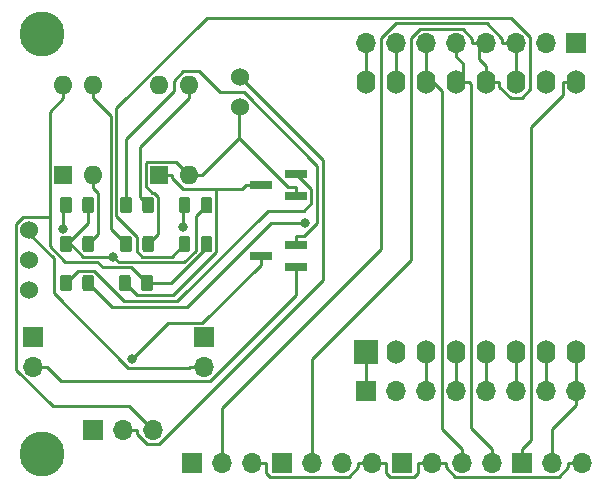
<source format=gbr>
%TF.GenerationSoftware,KiCad,Pcbnew,5.1.5+dfsg1-2build2*%
%TF.CreationDate,2021-07-06T16:50:00+02:00*%
%TF.ProjectId,airpcb_smd,61697270-6362-45f7-936d-642e6b696361,rev?*%
%TF.SameCoordinates,Original*%
%TF.FileFunction,Copper,L2,Bot*%
%TF.FilePolarity,Positive*%
%FSLAX46Y46*%
G04 Gerber Fmt 4.6, Leading zero omitted, Abs format (unit mm)*
G04 Created by KiCad (PCBNEW 5.1.5+dfsg1-2build2) date 2021-07-06 16:50:00*
%MOMM*%
%LPD*%
G04 APERTURE LIST*
%TA.AperFunction,ComponentPad*%
%ADD10O,1.700000X1.700000*%
%TD*%
%TA.AperFunction,ComponentPad*%
%ADD11R,1.700000X1.700000*%
%TD*%
%TA.AperFunction,ComponentPad*%
%ADD12C,1.524000*%
%TD*%
%TA.AperFunction,ComponentPad*%
%ADD13C,3.800000*%
%TD*%
%TA.AperFunction,SMDPad,CuDef*%
%ADD14R,1.900000X0.800000*%
%TD*%
%TA.AperFunction,ComponentPad*%
%ADD15O,1.600000X2.000000*%
%TD*%
%TA.AperFunction,ComponentPad*%
%ADD16R,2.000000X2.000000*%
%TD*%
%TA.AperFunction,SMDPad,CuDef*%
%ADD17C,0.100000*%
%TD*%
%TA.AperFunction,ComponentPad*%
%ADD18R,1.600000X1.600000*%
%TD*%
%TA.AperFunction,ComponentPad*%
%ADD19O,1.600000X1.600000*%
%TD*%
%TA.AperFunction,ViaPad*%
%ADD20C,0.800000*%
%TD*%
%TA.AperFunction,Conductor*%
%ADD21C,0.250000*%
%TD*%
G04 APERTURE END LIST*
D10*
%TO.P,J9,3*%
%TO.N,3V3*%
X62738000Y-45212000D03*
%TO.P,J9,2*%
%TO.N,PSU_OUT*%
X60198000Y-45212000D03*
D11*
%TO.P,J9,1*%
%TO.N,5V*%
X57658000Y-45212000D03*
%TD*%
D12*
%TO.P,J11,5*%
%TO.N,GND*%
X70096400Y-17889200D03*
%TO.P,J11,4*%
%TO.N,PSU_OUT*%
X70096400Y-15349200D03*
%TO.P,J11,3*%
%TO.N,Net-(J11-Pad3)*%
X52230000Y-28262600D03*
%TO.P,J11,2*%
%TO.N,B*%
X52230000Y-30802600D03*
%TO.P,J11,1*%
%TO.N,Net-(J11-Pad1)*%
X52230000Y-33342600D03*
%TD*%
D13*
%TO.P,M1,1*%
%TO.N,N/C*%
X53340000Y-11684000D03*
%TD*%
D10*
%TO.P,J6,8*%
%TO.N,ESP_TX*%
X80772000Y-12446000D03*
%TO.P,J6,7*%
%TO.N,ESP_RX*%
X83312000Y-12446000D03*
%TO.P,J6,6*%
%TO.N,SCL*%
X85852000Y-12446000D03*
%TO.P,J6,5*%
%TO.N,SDA*%
X88392000Y-12446000D03*
%TO.P,J6,4*%
%TO.N,D3*%
X90932000Y-12446000D03*
%TO.P,J6,3*%
%TO.N,D4*%
X93472000Y-12446000D03*
%TO.P,J6,2*%
%TO.N,GND*%
X96012000Y-12446000D03*
D11*
%TO.P,J6,1*%
%TO.N,5V*%
X98552000Y-12446000D03*
%TD*%
D10*
%TO.P,J5,8*%
%TO.N,3V3*%
X98552000Y-41910000D03*
%TO.P,J5,7*%
%TO.N,D8*%
X96012000Y-41910000D03*
%TO.P,J5,6*%
%TO.N,D7*%
X93472000Y-41910000D03*
%TO.P,J5,5*%
%TO.N,D6*%
X90932000Y-41910000D03*
%TO.P,J5,4*%
%TO.N,D5*%
X88392000Y-41910000D03*
%TO.P,J5,3*%
%TO.N,D0*%
X85852000Y-41910000D03*
%TO.P,J5,2*%
%TO.N,A0*%
X83312000Y-41910000D03*
D11*
%TO.P,J5,1*%
%TO.N,RST*%
X80772000Y-41910000D03*
%TD*%
D14*
%TO.P,Q2,3*%
%TO.N,Net-(D3-Pad2)*%
X71882000Y-30480000D03*
%TO.P,Q2,1*%
%TO.N,B*%
X74882000Y-31430000D03*
%TO.P,Q2,2*%
%TO.N,Net-(Q2-Pad2)*%
X74882000Y-29530000D03*
%TD*%
%TO.P,Q1,3*%
%TO.N,Net-(Q1-Pad3)*%
X71882000Y-24450000D03*
%TO.P,Q1,1*%
%TO.N,GND*%
X74882000Y-25400000D03*
%TO.P,Q1,2*%
%TO.N,Net-(Q1-Pad2)*%
X74882000Y-23500000D03*
%TD*%
D13*
%TO.P,M2,1*%
%TO.N,N/C*%
X53340000Y-47244000D03*
%TD*%
D15*
%TO.P,U3,16*%
%TO.N,ESP_TX*%
X80772000Y-15748000D03*
%TO.P,U3,15*%
%TO.N,ESP_RX*%
X83312000Y-15748000D03*
%TO.P,U3,14*%
%TO.N,SCL*%
X85852000Y-15748000D03*
%TO.P,U3,13*%
%TO.N,SDA*%
X88392000Y-15748000D03*
%TO.P,U3,12*%
%TO.N,D3*%
X90932000Y-15748000D03*
%TO.P,U3,11*%
%TO.N,D4*%
X93472000Y-15748000D03*
%TO.P,U3,10*%
%TO.N,GND*%
X96012000Y-15748000D03*
%TO.P,U3,9*%
%TO.N,5V*%
X98552000Y-15748000D03*
%TO.P,U3,8*%
%TO.N,3V3*%
X98552000Y-38608000D03*
%TO.P,U3,7*%
%TO.N,D8*%
X96012000Y-38608000D03*
%TO.P,U3,6*%
%TO.N,D7*%
X93472000Y-38608000D03*
%TO.P,U3,5*%
%TO.N,D6*%
X90932000Y-38608000D03*
%TO.P,U3,4*%
%TO.N,D5*%
X88392000Y-38608000D03*
%TO.P,U3,3*%
%TO.N,D0*%
X85852000Y-38608000D03*
D16*
%TO.P,U3,1*%
%TO.N,RST*%
X80772000Y-38608000D03*
D15*
%TO.P,U3,2*%
%TO.N,A0*%
X83312000Y-38608000D03*
%TD*%
D11*
%TO.P,J1,1*%
%TO.N,3V3*%
X83820000Y-48006000D03*
D10*
%TO.P,J1,2*%
%TO.N,GND*%
X86360000Y-48006000D03*
%TO.P,J1,3*%
%TO.N,SCL*%
X88900000Y-48006000D03*
%TO.P,J1,4*%
%TO.N,SDA*%
X91440000Y-48006000D03*
%TD*%
%TO.P,J2,4*%
%TO.N,GND*%
X81280000Y-48006000D03*
%TO.P,J2,3*%
%TO.N,Net-(J2-Pad3)*%
X78740000Y-48006000D03*
%TO.P,J2,2*%
%TO.N,D3*%
X76200000Y-48006000D03*
D11*
%TO.P,J2,1*%
%TO.N,3V3*%
X73660000Y-48006000D03*
%TD*%
%TO.P,J3,1*%
%TO.N,Net-(D5-Pad1)*%
X67056000Y-37338000D03*
D10*
%TO.P,J3,2*%
%TO.N,Net-(J11-Pad3)*%
X67056000Y-39878000D03*
%TD*%
%TO.P,J4,2*%
%TO.N,B*%
X52578000Y-39878000D03*
D11*
%TO.P,J4,1*%
%TO.N,A*%
X52578000Y-37338000D03*
%TD*%
%TO.P,J7,1*%
%TO.N,5V*%
X93980000Y-48006000D03*
D10*
%TO.P,J7,2*%
%TO.N,3V3*%
X96520000Y-48006000D03*
%TO.P,J7,3*%
%TO.N,GND*%
X99060000Y-48006000D03*
%TD*%
%TO.P,J8,3*%
%TO.N,GND*%
X71120000Y-48006000D03*
%TO.P,J8,2*%
%TO.N,D4*%
X68580000Y-48006000D03*
D11*
%TO.P,J8,1*%
%TO.N,5V*%
X66040000Y-48006000D03*
%TD*%
%TA.AperFunction,SMDPad,CuDef*%
D17*
%TO.P,R1,2*%
%TO.N,D8*%
G36*
X57514642Y-32067174D02*
G01*
X57538303Y-32070684D01*
X57561507Y-32076496D01*
X57584029Y-32084554D01*
X57605653Y-32094782D01*
X57626170Y-32107079D01*
X57645383Y-32121329D01*
X57663107Y-32137393D01*
X57679171Y-32155117D01*
X57693421Y-32174330D01*
X57705718Y-32194847D01*
X57715946Y-32216471D01*
X57724004Y-32238993D01*
X57729816Y-32262197D01*
X57733326Y-32285858D01*
X57734500Y-32309750D01*
X57734500Y-33222250D01*
X57733326Y-33246142D01*
X57729816Y-33269803D01*
X57724004Y-33293007D01*
X57715946Y-33315529D01*
X57705718Y-33337153D01*
X57693421Y-33357670D01*
X57679171Y-33376883D01*
X57663107Y-33394607D01*
X57645383Y-33410671D01*
X57626170Y-33424921D01*
X57605653Y-33437218D01*
X57584029Y-33447446D01*
X57561507Y-33455504D01*
X57538303Y-33461316D01*
X57514642Y-33464826D01*
X57490750Y-33466000D01*
X57003250Y-33466000D01*
X56979358Y-33464826D01*
X56955697Y-33461316D01*
X56932493Y-33455504D01*
X56909971Y-33447446D01*
X56888347Y-33437218D01*
X56867830Y-33424921D01*
X56848617Y-33410671D01*
X56830893Y-33394607D01*
X56814829Y-33376883D01*
X56800579Y-33357670D01*
X56788282Y-33337153D01*
X56778054Y-33315529D01*
X56769996Y-33293007D01*
X56764184Y-33269803D01*
X56760674Y-33246142D01*
X56759500Y-33222250D01*
X56759500Y-32309750D01*
X56760674Y-32285858D01*
X56764184Y-32262197D01*
X56769996Y-32238993D01*
X56778054Y-32216471D01*
X56788282Y-32194847D01*
X56800579Y-32174330D01*
X56814829Y-32155117D01*
X56830893Y-32137393D01*
X56848617Y-32121329D01*
X56867830Y-32107079D01*
X56888347Y-32094782D01*
X56909971Y-32084554D01*
X56932493Y-32076496D01*
X56955697Y-32070684D01*
X56979358Y-32067174D01*
X57003250Y-32066000D01*
X57490750Y-32066000D01*
X57514642Y-32067174D01*
G37*
%TD.AperFunction*%
%TA.AperFunction,SMDPad,CuDef*%
%TO.P,R1,1*%
%TO.N,Net-(Q1-Pad2)*%
G36*
X55639642Y-32067174D02*
G01*
X55663303Y-32070684D01*
X55686507Y-32076496D01*
X55709029Y-32084554D01*
X55730653Y-32094782D01*
X55751170Y-32107079D01*
X55770383Y-32121329D01*
X55788107Y-32137393D01*
X55804171Y-32155117D01*
X55818421Y-32174330D01*
X55830718Y-32194847D01*
X55840946Y-32216471D01*
X55849004Y-32238993D01*
X55854816Y-32262197D01*
X55858326Y-32285858D01*
X55859500Y-32309750D01*
X55859500Y-33222250D01*
X55858326Y-33246142D01*
X55854816Y-33269803D01*
X55849004Y-33293007D01*
X55840946Y-33315529D01*
X55830718Y-33337153D01*
X55818421Y-33357670D01*
X55804171Y-33376883D01*
X55788107Y-33394607D01*
X55770383Y-33410671D01*
X55751170Y-33424921D01*
X55730653Y-33437218D01*
X55709029Y-33447446D01*
X55686507Y-33455504D01*
X55663303Y-33461316D01*
X55639642Y-33464826D01*
X55615750Y-33466000D01*
X55128250Y-33466000D01*
X55104358Y-33464826D01*
X55080697Y-33461316D01*
X55057493Y-33455504D01*
X55034971Y-33447446D01*
X55013347Y-33437218D01*
X54992830Y-33424921D01*
X54973617Y-33410671D01*
X54955893Y-33394607D01*
X54939829Y-33376883D01*
X54925579Y-33357670D01*
X54913282Y-33337153D01*
X54903054Y-33315529D01*
X54894996Y-33293007D01*
X54889184Y-33269803D01*
X54885674Y-33246142D01*
X54884500Y-33222250D01*
X54884500Y-32309750D01*
X54885674Y-32285858D01*
X54889184Y-32262197D01*
X54894996Y-32238993D01*
X54903054Y-32216471D01*
X54913282Y-32194847D01*
X54925579Y-32174330D01*
X54939829Y-32155117D01*
X54955893Y-32137393D01*
X54973617Y-32121329D01*
X54992830Y-32107079D01*
X55013347Y-32094782D01*
X55034971Y-32084554D01*
X55057493Y-32076496D01*
X55080697Y-32070684D01*
X55104358Y-32067174D01*
X55128250Y-32066000D01*
X55615750Y-32066000D01*
X55639642Y-32067174D01*
G37*
%TD.AperFunction*%
%TD*%
%TA.AperFunction,SMDPad,CuDef*%
%TO.P,R2,1*%
%TO.N,A*%
G36*
X55639642Y-28765174D02*
G01*
X55663303Y-28768684D01*
X55686507Y-28774496D01*
X55709029Y-28782554D01*
X55730653Y-28792782D01*
X55751170Y-28805079D01*
X55770383Y-28819329D01*
X55788107Y-28835393D01*
X55804171Y-28853117D01*
X55818421Y-28872330D01*
X55830718Y-28892847D01*
X55840946Y-28914471D01*
X55849004Y-28936993D01*
X55854816Y-28960197D01*
X55858326Y-28983858D01*
X55859500Y-29007750D01*
X55859500Y-29920250D01*
X55858326Y-29944142D01*
X55854816Y-29967803D01*
X55849004Y-29991007D01*
X55840946Y-30013529D01*
X55830718Y-30035153D01*
X55818421Y-30055670D01*
X55804171Y-30074883D01*
X55788107Y-30092607D01*
X55770383Y-30108671D01*
X55751170Y-30122921D01*
X55730653Y-30135218D01*
X55709029Y-30145446D01*
X55686507Y-30153504D01*
X55663303Y-30159316D01*
X55639642Y-30162826D01*
X55615750Y-30164000D01*
X55128250Y-30164000D01*
X55104358Y-30162826D01*
X55080697Y-30159316D01*
X55057493Y-30153504D01*
X55034971Y-30145446D01*
X55013347Y-30135218D01*
X54992830Y-30122921D01*
X54973617Y-30108671D01*
X54955893Y-30092607D01*
X54939829Y-30074883D01*
X54925579Y-30055670D01*
X54913282Y-30035153D01*
X54903054Y-30013529D01*
X54894996Y-29991007D01*
X54889184Y-29967803D01*
X54885674Y-29944142D01*
X54884500Y-29920250D01*
X54884500Y-29007750D01*
X54885674Y-28983858D01*
X54889184Y-28960197D01*
X54894996Y-28936993D01*
X54903054Y-28914471D01*
X54913282Y-28892847D01*
X54925579Y-28872330D01*
X54939829Y-28853117D01*
X54955893Y-28835393D01*
X54973617Y-28819329D01*
X54992830Y-28805079D01*
X55013347Y-28792782D01*
X55034971Y-28782554D01*
X55057493Y-28774496D01*
X55080697Y-28768684D01*
X55104358Y-28765174D01*
X55128250Y-28764000D01*
X55615750Y-28764000D01*
X55639642Y-28765174D01*
G37*
%TD.AperFunction*%
%TA.AperFunction,SMDPad,CuDef*%
%TO.P,R2,2*%
%TO.N,Net-(D1-Pad1)*%
G36*
X57514642Y-28765174D02*
G01*
X57538303Y-28768684D01*
X57561507Y-28774496D01*
X57584029Y-28782554D01*
X57605653Y-28792782D01*
X57626170Y-28805079D01*
X57645383Y-28819329D01*
X57663107Y-28835393D01*
X57679171Y-28853117D01*
X57693421Y-28872330D01*
X57705718Y-28892847D01*
X57715946Y-28914471D01*
X57724004Y-28936993D01*
X57729816Y-28960197D01*
X57733326Y-28983858D01*
X57734500Y-29007750D01*
X57734500Y-29920250D01*
X57733326Y-29944142D01*
X57729816Y-29967803D01*
X57724004Y-29991007D01*
X57715946Y-30013529D01*
X57705718Y-30035153D01*
X57693421Y-30055670D01*
X57679171Y-30074883D01*
X57663107Y-30092607D01*
X57645383Y-30108671D01*
X57626170Y-30122921D01*
X57605653Y-30135218D01*
X57584029Y-30145446D01*
X57561507Y-30153504D01*
X57538303Y-30159316D01*
X57514642Y-30162826D01*
X57490750Y-30164000D01*
X57003250Y-30164000D01*
X56979358Y-30162826D01*
X56955697Y-30159316D01*
X56932493Y-30153504D01*
X56909971Y-30145446D01*
X56888347Y-30135218D01*
X56867830Y-30122921D01*
X56848617Y-30108671D01*
X56830893Y-30092607D01*
X56814829Y-30074883D01*
X56800579Y-30055670D01*
X56788282Y-30035153D01*
X56778054Y-30013529D01*
X56769996Y-29991007D01*
X56764184Y-29967803D01*
X56760674Y-29944142D01*
X56759500Y-29920250D01*
X56759500Y-29007750D01*
X56760674Y-28983858D01*
X56764184Y-28960197D01*
X56769996Y-28936993D01*
X56778054Y-28914471D01*
X56788282Y-28892847D01*
X56800579Y-28872330D01*
X56814829Y-28853117D01*
X56830893Y-28835393D01*
X56848617Y-28819329D01*
X56867830Y-28805079D01*
X56888347Y-28792782D01*
X56909971Y-28782554D01*
X56932493Y-28774496D01*
X56955697Y-28768684D01*
X56979358Y-28765174D01*
X57003250Y-28764000D01*
X57490750Y-28764000D01*
X57514642Y-28765174D01*
G37*
%TD.AperFunction*%
%TD*%
%TA.AperFunction,SMDPad,CuDef*%
%TO.P,R3,1*%
%TO.N,Net-(D2-Pad2)*%
G36*
X55639642Y-25463174D02*
G01*
X55663303Y-25466684D01*
X55686507Y-25472496D01*
X55709029Y-25480554D01*
X55730653Y-25490782D01*
X55751170Y-25503079D01*
X55770383Y-25517329D01*
X55788107Y-25533393D01*
X55804171Y-25551117D01*
X55818421Y-25570330D01*
X55830718Y-25590847D01*
X55840946Y-25612471D01*
X55849004Y-25634993D01*
X55854816Y-25658197D01*
X55858326Y-25681858D01*
X55859500Y-25705750D01*
X55859500Y-26618250D01*
X55858326Y-26642142D01*
X55854816Y-26665803D01*
X55849004Y-26689007D01*
X55840946Y-26711529D01*
X55830718Y-26733153D01*
X55818421Y-26753670D01*
X55804171Y-26772883D01*
X55788107Y-26790607D01*
X55770383Y-26806671D01*
X55751170Y-26820921D01*
X55730653Y-26833218D01*
X55709029Y-26843446D01*
X55686507Y-26851504D01*
X55663303Y-26857316D01*
X55639642Y-26860826D01*
X55615750Y-26862000D01*
X55128250Y-26862000D01*
X55104358Y-26860826D01*
X55080697Y-26857316D01*
X55057493Y-26851504D01*
X55034971Y-26843446D01*
X55013347Y-26833218D01*
X54992830Y-26820921D01*
X54973617Y-26806671D01*
X54955893Y-26790607D01*
X54939829Y-26772883D01*
X54925579Y-26753670D01*
X54913282Y-26733153D01*
X54903054Y-26711529D01*
X54894996Y-26689007D01*
X54889184Y-26665803D01*
X54885674Y-26642142D01*
X54884500Y-26618250D01*
X54884500Y-25705750D01*
X54885674Y-25681858D01*
X54889184Y-25658197D01*
X54894996Y-25634993D01*
X54903054Y-25612471D01*
X54913282Y-25590847D01*
X54925579Y-25570330D01*
X54939829Y-25551117D01*
X54955893Y-25533393D01*
X54973617Y-25517329D01*
X54992830Y-25503079D01*
X55013347Y-25490782D01*
X55034971Y-25480554D01*
X55057493Y-25472496D01*
X55080697Y-25466684D01*
X55104358Y-25463174D01*
X55128250Y-25462000D01*
X55615750Y-25462000D01*
X55639642Y-25463174D01*
G37*
%TD.AperFunction*%
%TA.AperFunction,SMDPad,CuDef*%
%TO.P,R3,2*%
%TO.N,A*%
G36*
X57514642Y-25463174D02*
G01*
X57538303Y-25466684D01*
X57561507Y-25472496D01*
X57584029Y-25480554D01*
X57605653Y-25490782D01*
X57626170Y-25503079D01*
X57645383Y-25517329D01*
X57663107Y-25533393D01*
X57679171Y-25551117D01*
X57693421Y-25570330D01*
X57705718Y-25590847D01*
X57715946Y-25612471D01*
X57724004Y-25634993D01*
X57729816Y-25658197D01*
X57733326Y-25681858D01*
X57734500Y-25705750D01*
X57734500Y-26618250D01*
X57733326Y-26642142D01*
X57729816Y-26665803D01*
X57724004Y-26689007D01*
X57715946Y-26711529D01*
X57705718Y-26733153D01*
X57693421Y-26753670D01*
X57679171Y-26772883D01*
X57663107Y-26790607D01*
X57645383Y-26806671D01*
X57626170Y-26820921D01*
X57605653Y-26833218D01*
X57584029Y-26843446D01*
X57561507Y-26851504D01*
X57538303Y-26857316D01*
X57514642Y-26860826D01*
X57490750Y-26862000D01*
X57003250Y-26862000D01*
X56979358Y-26860826D01*
X56955697Y-26857316D01*
X56932493Y-26851504D01*
X56909971Y-26843446D01*
X56888347Y-26833218D01*
X56867830Y-26820921D01*
X56848617Y-26806671D01*
X56830893Y-26790607D01*
X56814829Y-26772883D01*
X56800579Y-26753670D01*
X56788282Y-26733153D01*
X56778054Y-26711529D01*
X56769996Y-26689007D01*
X56764184Y-26665803D01*
X56760674Y-26642142D01*
X56759500Y-26618250D01*
X56759500Y-25705750D01*
X56760674Y-25681858D01*
X56764184Y-25658197D01*
X56769996Y-25634993D01*
X56778054Y-25612471D01*
X56788282Y-25590847D01*
X56800579Y-25570330D01*
X56814829Y-25551117D01*
X56830893Y-25533393D01*
X56848617Y-25517329D01*
X56867830Y-25503079D01*
X56888347Y-25490782D01*
X56909971Y-25480554D01*
X56932493Y-25472496D01*
X56955697Y-25466684D01*
X56979358Y-25463174D01*
X57003250Y-25462000D01*
X57490750Y-25462000D01*
X57514642Y-25463174D01*
G37*
%TD.AperFunction*%
%TD*%
%TA.AperFunction,SMDPad,CuDef*%
%TO.P,R4,2*%
%TO.N,3V3*%
G36*
X62497642Y-32067174D02*
G01*
X62521303Y-32070684D01*
X62544507Y-32076496D01*
X62567029Y-32084554D01*
X62588653Y-32094782D01*
X62609170Y-32107079D01*
X62628383Y-32121329D01*
X62646107Y-32137393D01*
X62662171Y-32155117D01*
X62676421Y-32174330D01*
X62688718Y-32194847D01*
X62698946Y-32216471D01*
X62707004Y-32238993D01*
X62712816Y-32262197D01*
X62716326Y-32285858D01*
X62717500Y-32309750D01*
X62717500Y-33222250D01*
X62716326Y-33246142D01*
X62712816Y-33269803D01*
X62707004Y-33293007D01*
X62698946Y-33315529D01*
X62688718Y-33337153D01*
X62676421Y-33357670D01*
X62662171Y-33376883D01*
X62646107Y-33394607D01*
X62628383Y-33410671D01*
X62609170Y-33424921D01*
X62588653Y-33437218D01*
X62567029Y-33447446D01*
X62544507Y-33455504D01*
X62521303Y-33461316D01*
X62497642Y-33464826D01*
X62473750Y-33466000D01*
X61986250Y-33466000D01*
X61962358Y-33464826D01*
X61938697Y-33461316D01*
X61915493Y-33455504D01*
X61892971Y-33447446D01*
X61871347Y-33437218D01*
X61850830Y-33424921D01*
X61831617Y-33410671D01*
X61813893Y-33394607D01*
X61797829Y-33376883D01*
X61783579Y-33357670D01*
X61771282Y-33337153D01*
X61761054Y-33315529D01*
X61752996Y-33293007D01*
X61747184Y-33269803D01*
X61743674Y-33246142D01*
X61742500Y-33222250D01*
X61742500Y-32309750D01*
X61743674Y-32285858D01*
X61747184Y-32262197D01*
X61752996Y-32238993D01*
X61761054Y-32216471D01*
X61771282Y-32194847D01*
X61783579Y-32174330D01*
X61797829Y-32155117D01*
X61813893Y-32137393D01*
X61831617Y-32121329D01*
X61850830Y-32107079D01*
X61871347Y-32094782D01*
X61892971Y-32084554D01*
X61915493Y-32076496D01*
X61938697Y-32070684D01*
X61962358Y-32067174D01*
X61986250Y-32066000D01*
X62473750Y-32066000D01*
X62497642Y-32067174D01*
G37*
%TD.AperFunction*%
%TA.AperFunction,SMDPad,CuDef*%
%TO.P,R4,1*%
%TO.N,Net-(Q1-Pad3)*%
G36*
X60622642Y-32067174D02*
G01*
X60646303Y-32070684D01*
X60669507Y-32076496D01*
X60692029Y-32084554D01*
X60713653Y-32094782D01*
X60734170Y-32107079D01*
X60753383Y-32121329D01*
X60771107Y-32137393D01*
X60787171Y-32155117D01*
X60801421Y-32174330D01*
X60813718Y-32194847D01*
X60823946Y-32216471D01*
X60832004Y-32238993D01*
X60837816Y-32262197D01*
X60841326Y-32285858D01*
X60842500Y-32309750D01*
X60842500Y-33222250D01*
X60841326Y-33246142D01*
X60837816Y-33269803D01*
X60832004Y-33293007D01*
X60823946Y-33315529D01*
X60813718Y-33337153D01*
X60801421Y-33357670D01*
X60787171Y-33376883D01*
X60771107Y-33394607D01*
X60753383Y-33410671D01*
X60734170Y-33424921D01*
X60713653Y-33437218D01*
X60692029Y-33447446D01*
X60669507Y-33455504D01*
X60646303Y-33461316D01*
X60622642Y-33464826D01*
X60598750Y-33466000D01*
X60111250Y-33466000D01*
X60087358Y-33464826D01*
X60063697Y-33461316D01*
X60040493Y-33455504D01*
X60017971Y-33447446D01*
X59996347Y-33437218D01*
X59975830Y-33424921D01*
X59956617Y-33410671D01*
X59938893Y-33394607D01*
X59922829Y-33376883D01*
X59908579Y-33357670D01*
X59896282Y-33337153D01*
X59886054Y-33315529D01*
X59877996Y-33293007D01*
X59872184Y-33269803D01*
X59868674Y-33246142D01*
X59867500Y-33222250D01*
X59867500Y-32309750D01*
X59868674Y-32285858D01*
X59872184Y-32262197D01*
X59877996Y-32238993D01*
X59886054Y-32216471D01*
X59896282Y-32194847D01*
X59908579Y-32174330D01*
X59922829Y-32155117D01*
X59938893Y-32137393D01*
X59956617Y-32121329D01*
X59975830Y-32107079D01*
X59996347Y-32094782D01*
X60017971Y-32084554D01*
X60040493Y-32076496D01*
X60063697Y-32070684D01*
X60087358Y-32067174D01*
X60111250Y-32066000D01*
X60598750Y-32066000D01*
X60622642Y-32067174D01*
G37*
%TD.AperFunction*%
%TD*%
%TA.AperFunction,SMDPad,CuDef*%
%TO.P,R5,2*%
%TO.N,GND*%
G36*
X62594642Y-28765174D02*
G01*
X62618303Y-28768684D01*
X62641507Y-28774496D01*
X62664029Y-28782554D01*
X62685653Y-28792782D01*
X62706170Y-28805079D01*
X62725383Y-28819329D01*
X62743107Y-28835393D01*
X62759171Y-28853117D01*
X62773421Y-28872330D01*
X62785718Y-28892847D01*
X62795946Y-28914471D01*
X62804004Y-28936993D01*
X62809816Y-28960197D01*
X62813326Y-28983858D01*
X62814500Y-29007750D01*
X62814500Y-29920250D01*
X62813326Y-29944142D01*
X62809816Y-29967803D01*
X62804004Y-29991007D01*
X62795946Y-30013529D01*
X62785718Y-30035153D01*
X62773421Y-30055670D01*
X62759171Y-30074883D01*
X62743107Y-30092607D01*
X62725383Y-30108671D01*
X62706170Y-30122921D01*
X62685653Y-30135218D01*
X62664029Y-30145446D01*
X62641507Y-30153504D01*
X62618303Y-30159316D01*
X62594642Y-30162826D01*
X62570750Y-30164000D01*
X62083250Y-30164000D01*
X62059358Y-30162826D01*
X62035697Y-30159316D01*
X62012493Y-30153504D01*
X61989971Y-30145446D01*
X61968347Y-30135218D01*
X61947830Y-30122921D01*
X61928617Y-30108671D01*
X61910893Y-30092607D01*
X61894829Y-30074883D01*
X61880579Y-30055670D01*
X61868282Y-30035153D01*
X61858054Y-30013529D01*
X61849996Y-29991007D01*
X61844184Y-29967803D01*
X61840674Y-29944142D01*
X61839500Y-29920250D01*
X61839500Y-29007750D01*
X61840674Y-28983858D01*
X61844184Y-28960197D01*
X61849996Y-28936993D01*
X61858054Y-28914471D01*
X61868282Y-28892847D01*
X61880579Y-28872330D01*
X61894829Y-28853117D01*
X61910893Y-28835393D01*
X61928617Y-28819329D01*
X61947830Y-28805079D01*
X61968347Y-28792782D01*
X61989971Y-28782554D01*
X62012493Y-28774496D01*
X62035697Y-28768684D01*
X62059358Y-28765174D01*
X62083250Y-28764000D01*
X62570750Y-28764000D01*
X62594642Y-28765174D01*
G37*
%TD.AperFunction*%
%TA.AperFunction,SMDPad,CuDef*%
%TO.P,R5,1*%
%TO.N,D7*%
G36*
X60719642Y-28765174D02*
G01*
X60743303Y-28768684D01*
X60766507Y-28774496D01*
X60789029Y-28782554D01*
X60810653Y-28792782D01*
X60831170Y-28805079D01*
X60850383Y-28819329D01*
X60868107Y-28835393D01*
X60884171Y-28853117D01*
X60898421Y-28872330D01*
X60910718Y-28892847D01*
X60920946Y-28914471D01*
X60929004Y-28936993D01*
X60934816Y-28960197D01*
X60938326Y-28983858D01*
X60939500Y-29007750D01*
X60939500Y-29920250D01*
X60938326Y-29944142D01*
X60934816Y-29967803D01*
X60929004Y-29991007D01*
X60920946Y-30013529D01*
X60910718Y-30035153D01*
X60898421Y-30055670D01*
X60884171Y-30074883D01*
X60868107Y-30092607D01*
X60850383Y-30108671D01*
X60831170Y-30122921D01*
X60810653Y-30135218D01*
X60789029Y-30145446D01*
X60766507Y-30153504D01*
X60743303Y-30159316D01*
X60719642Y-30162826D01*
X60695750Y-30164000D01*
X60208250Y-30164000D01*
X60184358Y-30162826D01*
X60160697Y-30159316D01*
X60137493Y-30153504D01*
X60114971Y-30145446D01*
X60093347Y-30135218D01*
X60072830Y-30122921D01*
X60053617Y-30108671D01*
X60035893Y-30092607D01*
X60019829Y-30074883D01*
X60005579Y-30055670D01*
X59993282Y-30035153D01*
X59983054Y-30013529D01*
X59974996Y-29991007D01*
X59969184Y-29967803D01*
X59965674Y-29944142D01*
X59964500Y-29920250D01*
X59964500Y-29007750D01*
X59965674Y-28983858D01*
X59969184Y-28960197D01*
X59974996Y-28936993D01*
X59983054Y-28914471D01*
X59993282Y-28892847D01*
X60005579Y-28872330D01*
X60019829Y-28853117D01*
X60035893Y-28835393D01*
X60053617Y-28819329D01*
X60072830Y-28805079D01*
X60093347Y-28792782D01*
X60114971Y-28782554D01*
X60137493Y-28774496D01*
X60160697Y-28768684D01*
X60184358Y-28765174D01*
X60208250Y-28764000D01*
X60695750Y-28764000D01*
X60719642Y-28765174D01*
G37*
%TD.AperFunction*%
%TD*%
%TA.AperFunction,SMDPad,CuDef*%
%TO.P,R6,1*%
%TO.N,Net-(Q2-Pad2)*%
G36*
X60719642Y-25463174D02*
G01*
X60743303Y-25466684D01*
X60766507Y-25472496D01*
X60789029Y-25480554D01*
X60810653Y-25490782D01*
X60831170Y-25503079D01*
X60850383Y-25517329D01*
X60868107Y-25533393D01*
X60884171Y-25551117D01*
X60898421Y-25570330D01*
X60910718Y-25590847D01*
X60920946Y-25612471D01*
X60929004Y-25634993D01*
X60934816Y-25658197D01*
X60938326Y-25681858D01*
X60939500Y-25705750D01*
X60939500Y-26618250D01*
X60938326Y-26642142D01*
X60934816Y-26665803D01*
X60929004Y-26689007D01*
X60920946Y-26711529D01*
X60910718Y-26733153D01*
X60898421Y-26753670D01*
X60884171Y-26772883D01*
X60868107Y-26790607D01*
X60850383Y-26806671D01*
X60831170Y-26820921D01*
X60810653Y-26833218D01*
X60789029Y-26843446D01*
X60766507Y-26851504D01*
X60743303Y-26857316D01*
X60719642Y-26860826D01*
X60695750Y-26862000D01*
X60208250Y-26862000D01*
X60184358Y-26860826D01*
X60160697Y-26857316D01*
X60137493Y-26851504D01*
X60114971Y-26843446D01*
X60093347Y-26833218D01*
X60072830Y-26820921D01*
X60053617Y-26806671D01*
X60035893Y-26790607D01*
X60019829Y-26772883D01*
X60005579Y-26753670D01*
X59993282Y-26733153D01*
X59983054Y-26711529D01*
X59974996Y-26689007D01*
X59969184Y-26665803D01*
X59965674Y-26642142D01*
X59964500Y-26618250D01*
X59964500Y-25705750D01*
X59965674Y-25681858D01*
X59969184Y-25658197D01*
X59974996Y-25634993D01*
X59983054Y-25612471D01*
X59993282Y-25590847D01*
X60005579Y-25570330D01*
X60019829Y-25551117D01*
X60035893Y-25533393D01*
X60053617Y-25517329D01*
X60072830Y-25503079D01*
X60093347Y-25490782D01*
X60114971Y-25480554D01*
X60137493Y-25472496D01*
X60160697Y-25466684D01*
X60184358Y-25463174D01*
X60208250Y-25462000D01*
X60695750Y-25462000D01*
X60719642Y-25463174D01*
G37*
%TD.AperFunction*%
%TA.AperFunction,SMDPad,CuDef*%
%TO.P,R6,2*%
%TO.N,Net-(R6-Pad2)*%
G36*
X62594642Y-25463174D02*
G01*
X62618303Y-25466684D01*
X62641507Y-25472496D01*
X62664029Y-25480554D01*
X62685653Y-25490782D01*
X62706170Y-25503079D01*
X62725383Y-25517329D01*
X62743107Y-25533393D01*
X62759171Y-25551117D01*
X62773421Y-25570330D01*
X62785718Y-25590847D01*
X62795946Y-25612471D01*
X62804004Y-25634993D01*
X62809816Y-25658197D01*
X62813326Y-25681858D01*
X62814500Y-25705750D01*
X62814500Y-26618250D01*
X62813326Y-26642142D01*
X62809816Y-26665803D01*
X62804004Y-26689007D01*
X62795946Y-26711529D01*
X62785718Y-26733153D01*
X62773421Y-26753670D01*
X62759171Y-26772883D01*
X62743107Y-26790607D01*
X62725383Y-26806671D01*
X62706170Y-26820921D01*
X62685653Y-26833218D01*
X62664029Y-26843446D01*
X62641507Y-26851504D01*
X62618303Y-26857316D01*
X62594642Y-26860826D01*
X62570750Y-26862000D01*
X62083250Y-26862000D01*
X62059358Y-26860826D01*
X62035697Y-26857316D01*
X62012493Y-26851504D01*
X61989971Y-26843446D01*
X61968347Y-26833218D01*
X61947830Y-26820921D01*
X61928617Y-26806671D01*
X61910893Y-26790607D01*
X61894829Y-26772883D01*
X61880579Y-26753670D01*
X61868282Y-26733153D01*
X61858054Y-26711529D01*
X61849996Y-26689007D01*
X61844184Y-26665803D01*
X61840674Y-26642142D01*
X61839500Y-26618250D01*
X61839500Y-25705750D01*
X61840674Y-25681858D01*
X61844184Y-25658197D01*
X61849996Y-25634993D01*
X61858054Y-25612471D01*
X61868282Y-25590847D01*
X61880579Y-25570330D01*
X61894829Y-25551117D01*
X61910893Y-25533393D01*
X61928617Y-25517329D01*
X61947830Y-25503079D01*
X61968347Y-25490782D01*
X61989971Y-25480554D01*
X62012493Y-25472496D01*
X62035697Y-25466684D01*
X62059358Y-25463174D01*
X62083250Y-25462000D01*
X62570750Y-25462000D01*
X62594642Y-25463174D01*
G37*
%TD.AperFunction*%
%TD*%
%TA.AperFunction,SMDPad,CuDef*%
%TO.P,R7,1*%
%TO.N,D3*%
G36*
X65672642Y-28765174D02*
G01*
X65696303Y-28768684D01*
X65719507Y-28774496D01*
X65742029Y-28782554D01*
X65763653Y-28792782D01*
X65784170Y-28805079D01*
X65803383Y-28819329D01*
X65821107Y-28835393D01*
X65837171Y-28853117D01*
X65851421Y-28872330D01*
X65863718Y-28892847D01*
X65873946Y-28914471D01*
X65882004Y-28936993D01*
X65887816Y-28960197D01*
X65891326Y-28983858D01*
X65892500Y-29007750D01*
X65892500Y-29920250D01*
X65891326Y-29944142D01*
X65887816Y-29967803D01*
X65882004Y-29991007D01*
X65873946Y-30013529D01*
X65863718Y-30035153D01*
X65851421Y-30055670D01*
X65837171Y-30074883D01*
X65821107Y-30092607D01*
X65803383Y-30108671D01*
X65784170Y-30122921D01*
X65763653Y-30135218D01*
X65742029Y-30145446D01*
X65719507Y-30153504D01*
X65696303Y-30159316D01*
X65672642Y-30162826D01*
X65648750Y-30164000D01*
X65161250Y-30164000D01*
X65137358Y-30162826D01*
X65113697Y-30159316D01*
X65090493Y-30153504D01*
X65067971Y-30145446D01*
X65046347Y-30135218D01*
X65025830Y-30122921D01*
X65006617Y-30108671D01*
X64988893Y-30092607D01*
X64972829Y-30074883D01*
X64958579Y-30055670D01*
X64946282Y-30035153D01*
X64936054Y-30013529D01*
X64927996Y-29991007D01*
X64922184Y-29967803D01*
X64918674Y-29944142D01*
X64917500Y-29920250D01*
X64917500Y-29007750D01*
X64918674Y-28983858D01*
X64922184Y-28960197D01*
X64927996Y-28936993D01*
X64936054Y-28914471D01*
X64946282Y-28892847D01*
X64958579Y-28872330D01*
X64972829Y-28853117D01*
X64988893Y-28835393D01*
X65006617Y-28819329D01*
X65025830Y-28805079D01*
X65046347Y-28792782D01*
X65067971Y-28782554D01*
X65090493Y-28774496D01*
X65113697Y-28768684D01*
X65137358Y-28765174D01*
X65161250Y-28764000D01*
X65648750Y-28764000D01*
X65672642Y-28765174D01*
G37*
%TD.AperFunction*%
%TA.AperFunction,SMDPad,CuDef*%
%TO.P,R7,2*%
%TO.N,3V3*%
G36*
X67547642Y-28765174D02*
G01*
X67571303Y-28768684D01*
X67594507Y-28774496D01*
X67617029Y-28782554D01*
X67638653Y-28792782D01*
X67659170Y-28805079D01*
X67678383Y-28819329D01*
X67696107Y-28835393D01*
X67712171Y-28853117D01*
X67726421Y-28872330D01*
X67738718Y-28892847D01*
X67748946Y-28914471D01*
X67757004Y-28936993D01*
X67762816Y-28960197D01*
X67766326Y-28983858D01*
X67767500Y-29007750D01*
X67767500Y-29920250D01*
X67766326Y-29944142D01*
X67762816Y-29967803D01*
X67757004Y-29991007D01*
X67748946Y-30013529D01*
X67738718Y-30035153D01*
X67726421Y-30055670D01*
X67712171Y-30074883D01*
X67696107Y-30092607D01*
X67678383Y-30108671D01*
X67659170Y-30122921D01*
X67638653Y-30135218D01*
X67617029Y-30145446D01*
X67594507Y-30153504D01*
X67571303Y-30159316D01*
X67547642Y-30162826D01*
X67523750Y-30164000D01*
X67036250Y-30164000D01*
X67012358Y-30162826D01*
X66988697Y-30159316D01*
X66965493Y-30153504D01*
X66942971Y-30145446D01*
X66921347Y-30135218D01*
X66900830Y-30122921D01*
X66881617Y-30108671D01*
X66863893Y-30092607D01*
X66847829Y-30074883D01*
X66833579Y-30055670D01*
X66821282Y-30035153D01*
X66811054Y-30013529D01*
X66802996Y-29991007D01*
X66797184Y-29967803D01*
X66793674Y-29944142D01*
X66792500Y-29920250D01*
X66792500Y-29007750D01*
X66793674Y-28983858D01*
X66797184Y-28960197D01*
X66802996Y-28936993D01*
X66811054Y-28914471D01*
X66821282Y-28892847D01*
X66833579Y-28872330D01*
X66847829Y-28853117D01*
X66863893Y-28835393D01*
X66881617Y-28819329D01*
X66900830Y-28805079D01*
X66921347Y-28792782D01*
X66942971Y-28782554D01*
X66965493Y-28774496D01*
X66988697Y-28768684D01*
X67012358Y-28765174D01*
X67036250Y-28764000D01*
X67523750Y-28764000D01*
X67547642Y-28765174D01*
G37*
%TD.AperFunction*%
%TD*%
%TA.AperFunction,SMDPad,CuDef*%
%TO.P,R8,2*%
%TO.N,A*%
G36*
X67547642Y-25463174D02*
G01*
X67571303Y-25466684D01*
X67594507Y-25472496D01*
X67617029Y-25480554D01*
X67638653Y-25490782D01*
X67659170Y-25503079D01*
X67678383Y-25517329D01*
X67696107Y-25533393D01*
X67712171Y-25551117D01*
X67726421Y-25570330D01*
X67738718Y-25590847D01*
X67748946Y-25612471D01*
X67757004Y-25634993D01*
X67762816Y-25658197D01*
X67766326Y-25681858D01*
X67767500Y-25705750D01*
X67767500Y-26618250D01*
X67766326Y-26642142D01*
X67762816Y-26665803D01*
X67757004Y-26689007D01*
X67748946Y-26711529D01*
X67738718Y-26733153D01*
X67726421Y-26753670D01*
X67712171Y-26772883D01*
X67696107Y-26790607D01*
X67678383Y-26806671D01*
X67659170Y-26820921D01*
X67638653Y-26833218D01*
X67617029Y-26843446D01*
X67594507Y-26851504D01*
X67571303Y-26857316D01*
X67547642Y-26860826D01*
X67523750Y-26862000D01*
X67036250Y-26862000D01*
X67012358Y-26860826D01*
X66988697Y-26857316D01*
X66965493Y-26851504D01*
X66942971Y-26843446D01*
X66921347Y-26833218D01*
X66900830Y-26820921D01*
X66881617Y-26806671D01*
X66863893Y-26790607D01*
X66847829Y-26772883D01*
X66833579Y-26753670D01*
X66821282Y-26733153D01*
X66811054Y-26711529D01*
X66802996Y-26689007D01*
X66797184Y-26665803D01*
X66793674Y-26642142D01*
X66792500Y-26618250D01*
X66792500Y-25705750D01*
X66793674Y-25681858D01*
X66797184Y-25658197D01*
X66802996Y-25634993D01*
X66811054Y-25612471D01*
X66821282Y-25590847D01*
X66833579Y-25570330D01*
X66847829Y-25551117D01*
X66863893Y-25533393D01*
X66881617Y-25517329D01*
X66900830Y-25503079D01*
X66921347Y-25490782D01*
X66942971Y-25480554D01*
X66965493Y-25472496D01*
X66988697Y-25466684D01*
X67012358Y-25463174D01*
X67036250Y-25462000D01*
X67523750Y-25462000D01*
X67547642Y-25463174D01*
G37*
%TD.AperFunction*%
%TA.AperFunction,SMDPad,CuDef*%
%TO.P,R8,1*%
%TO.N,Net-(D5-Pad2)*%
G36*
X65672642Y-25463174D02*
G01*
X65696303Y-25466684D01*
X65719507Y-25472496D01*
X65742029Y-25480554D01*
X65763653Y-25490782D01*
X65784170Y-25503079D01*
X65803383Y-25517329D01*
X65821107Y-25533393D01*
X65837171Y-25551117D01*
X65851421Y-25570330D01*
X65863718Y-25590847D01*
X65873946Y-25612471D01*
X65882004Y-25634993D01*
X65887816Y-25658197D01*
X65891326Y-25681858D01*
X65892500Y-25705750D01*
X65892500Y-26618250D01*
X65891326Y-26642142D01*
X65887816Y-26665803D01*
X65882004Y-26689007D01*
X65873946Y-26711529D01*
X65863718Y-26733153D01*
X65851421Y-26753670D01*
X65837171Y-26772883D01*
X65821107Y-26790607D01*
X65803383Y-26806671D01*
X65784170Y-26820921D01*
X65763653Y-26833218D01*
X65742029Y-26843446D01*
X65719507Y-26851504D01*
X65696303Y-26857316D01*
X65672642Y-26860826D01*
X65648750Y-26862000D01*
X65161250Y-26862000D01*
X65137358Y-26860826D01*
X65113697Y-26857316D01*
X65090493Y-26851504D01*
X65067971Y-26843446D01*
X65046347Y-26833218D01*
X65025830Y-26820921D01*
X65006617Y-26806671D01*
X64988893Y-26790607D01*
X64972829Y-26772883D01*
X64958579Y-26753670D01*
X64946282Y-26733153D01*
X64936054Y-26711529D01*
X64927996Y-26689007D01*
X64922184Y-26665803D01*
X64918674Y-26642142D01*
X64917500Y-26618250D01*
X64917500Y-25705750D01*
X64918674Y-25681858D01*
X64922184Y-25658197D01*
X64927996Y-25634993D01*
X64936054Y-25612471D01*
X64946282Y-25590847D01*
X64958579Y-25570330D01*
X64972829Y-25551117D01*
X64988893Y-25533393D01*
X65006617Y-25517329D01*
X65025830Y-25503079D01*
X65046347Y-25490782D01*
X65067971Y-25480554D01*
X65090493Y-25472496D01*
X65113697Y-25466684D01*
X65137358Y-25463174D01*
X65161250Y-25462000D01*
X65648750Y-25462000D01*
X65672642Y-25463174D01*
G37*
%TD.AperFunction*%
%TD*%
D18*
%TO.P,U1,1*%
%TO.N,Net-(D2-Pad1)*%
X55118000Y-23622000D03*
D19*
%TO.P,U1,3*%
%TO.N,D7*%
X57658000Y-16002000D03*
%TO.P,U1,2*%
%TO.N,Net-(D1-Pad1)*%
X57658000Y-23622000D03*
%TO.P,U1,4*%
%TO.N,3V3*%
X55118000Y-16002000D03*
%TD*%
%TO.P,U2,4*%
%TO.N,Net-(D3-Pad1)*%
X63246000Y-16002000D03*
%TO.P,U2,2*%
%TO.N,GND*%
X65786000Y-23622000D03*
%TO.P,U2,3*%
%TO.N,Net-(R6-Pad2)*%
X65786000Y-16002000D03*
D18*
%TO.P,U2,1*%
%TO.N,Net-(Q1-Pad3)*%
X63246000Y-23622000D03*
%TD*%
D20*
%TO.N,Net-(D2-Pad2)*%
X55133700Y-28155900D03*
%TO.N,Net-(D3-Pad2)*%
X60928000Y-39227200D03*
%TO.N,A*%
X59373300Y-30535800D03*
%TO.N,Net-(D5-Pad2)*%
X65282000Y-27997900D03*
%TO.N,D8*%
X75605200Y-27681600D03*
%TD*%
D21*
%TO.N,B*%
X52578000Y-39878000D02*
X53753300Y-39878000D01*
X74882000Y-31430000D02*
X74882000Y-33749300D01*
X74882000Y-33749300D02*
X67578000Y-41053300D01*
X67578000Y-41053300D02*
X54928600Y-41053300D01*
X54928600Y-41053300D02*
X53753300Y-39878000D01*
%TO.N,Net-(D1-Pad1)*%
X57658000Y-23622000D02*
X57658000Y-24747300D01*
X57658000Y-24747300D02*
X58063600Y-25152900D01*
X58063600Y-25152900D02*
X58063600Y-28647400D01*
X58063600Y-28647400D02*
X57247000Y-29464000D01*
%TO.N,Net-(D2-Pad2)*%
X55372000Y-26162000D02*
X55133700Y-26400300D01*
X55133700Y-26400300D02*
X55133700Y-28155900D01*
%TO.N,Net-(D3-Pad2)*%
X71882000Y-30480000D02*
X71882000Y-31205300D01*
X60928000Y-39227200D02*
X63992600Y-36162600D01*
X63992600Y-36162600D02*
X66924700Y-36162600D01*
X66924700Y-36162600D02*
X71882000Y-31205300D01*
%TO.N,A*%
X67280000Y-26162000D02*
X66342500Y-27099500D01*
X66342500Y-27099500D02*
X66342500Y-30041600D01*
X66342500Y-30041600D02*
X65398000Y-30986100D01*
X65398000Y-30986100D02*
X59823600Y-30986100D01*
X59823600Y-30986100D02*
X59373300Y-30535800D01*
X55590800Y-29316500D02*
X55443300Y-29464000D01*
X55443300Y-29464000D02*
X55372000Y-29464000D01*
X57247000Y-26162000D02*
X57247000Y-27660300D01*
X57247000Y-27660300D02*
X55590800Y-29316500D01*
X59373300Y-30535800D02*
X56810000Y-30535800D01*
X56810000Y-30535800D02*
X55590800Y-29316500D01*
%TO.N,Net-(D5-Pad2)*%
X65405000Y-26162000D02*
X65282000Y-26285000D01*
X65282000Y-26285000D02*
X65282000Y-27997900D01*
%TO.N,3V3*%
X67280000Y-29464000D02*
X67280000Y-29741000D01*
X67280000Y-29741000D02*
X64255000Y-32766000D01*
X64255000Y-32766000D02*
X62230000Y-32766000D01*
X53979700Y-27168800D02*
X53979700Y-29640700D01*
X53979700Y-29640700D02*
X55325300Y-30986300D01*
X55325300Y-30986300D02*
X58022400Y-30986300D01*
X58022400Y-30986300D02*
X58472600Y-31436500D01*
X58472600Y-31436500D02*
X60900500Y-31436500D01*
X60900500Y-31436500D02*
X62230000Y-32766000D01*
X55118000Y-17127300D02*
X53979700Y-18265600D01*
X53979700Y-18265600D02*
X53979700Y-27168800D01*
X53979700Y-27168800D02*
X51757600Y-27168800D01*
X51757600Y-27168800D02*
X51135400Y-27791000D01*
X51135400Y-27791000D02*
X51135400Y-40102500D01*
X51135400Y-40102500D02*
X54254300Y-43221400D01*
X54254300Y-43221400D02*
X60747400Y-43221400D01*
X60747400Y-43221400D02*
X62738000Y-45212000D01*
X55118000Y-16002000D02*
X55118000Y-17127300D01*
X98552000Y-41910000D02*
X98552000Y-43085300D01*
X96520000Y-48006000D02*
X96520000Y-45117300D01*
X96520000Y-45117300D02*
X98552000Y-43085300D01*
X98552000Y-38608000D02*
X98552000Y-41910000D01*
%TO.N,GND*%
X62327000Y-29464000D02*
X63165100Y-28625900D01*
X63165100Y-28625900D02*
X63165100Y-25450700D01*
X63165100Y-25450700D02*
X62850100Y-25135700D01*
X62850100Y-25135700D02*
X62667600Y-25135700D01*
X62667600Y-25135700D02*
X62120600Y-24588700D01*
X62120600Y-24588700D02*
X62120600Y-22623200D01*
X62120600Y-22623200D02*
X62247200Y-22496600D01*
X62247200Y-22496600D02*
X64660600Y-22496600D01*
X64660600Y-22496600D02*
X65786000Y-23622000D01*
X70007700Y-20525600D02*
X74156700Y-24674700D01*
X74156700Y-24674700D02*
X74882000Y-24674700D01*
X70096400Y-17889200D02*
X70007600Y-17978000D01*
X70007600Y-17978000D02*
X70007600Y-20525600D01*
X70007600Y-20525600D02*
X70007700Y-20525600D01*
X66911300Y-23622000D02*
X70007700Y-20525600D01*
X65786000Y-23622000D02*
X66911300Y-23622000D01*
X86360000Y-48006000D02*
X87535300Y-48006000D01*
X99060000Y-48006000D02*
X97884700Y-48006000D01*
X97884700Y-48006000D02*
X97884700Y-48373300D01*
X97884700Y-48373300D02*
X97076700Y-49181300D01*
X97076700Y-49181300D02*
X88343200Y-49181300D01*
X88343200Y-49181300D02*
X87535300Y-48373400D01*
X87535300Y-48373400D02*
X87535300Y-48006000D01*
X74882000Y-25400000D02*
X74882000Y-24674700D01*
X81280000Y-48006000D02*
X80104700Y-48006000D01*
X71120000Y-48006000D02*
X72295300Y-48006000D01*
X72295300Y-48006000D02*
X72295300Y-48814000D01*
X72295300Y-48814000D02*
X72662600Y-49181300D01*
X72662600Y-49181300D02*
X79296800Y-49181300D01*
X79296800Y-49181300D02*
X80104700Y-48373400D01*
X80104700Y-48373400D02*
X80104700Y-48006000D01*
X81280000Y-48006000D02*
X82455300Y-48006000D01*
X86360000Y-48006000D02*
X85184700Y-48006000D01*
X85184700Y-48006000D02*
X85184700Y-48814000D01*
X85184700Y-48814000D02*
X84817400Y-49181300D01*
X84817400Y-49181300D02*
X82822500Y-49181300D01*
X82822500Y-49181300D02*
X82455300Y-48814100D01*
X82455300Y-48814100D02*
X82455300Y-48006000D01*
%TO.N,SCL*%
X88900000Y-46830700D02*
X87185700Y-45116400D01*
X87185700Y-45116400D02*
X87185700Y-16519000D01*
X87185700Y-16519000D02*
X86414700Y-15748000D01*
X88900000Y-48006000D02*
X88900000Y-46830700D01*
X86414700Y-15748000D02*
X85852000Y-15185300D01*
X85852000Y-15185300D02*
X85852000Y-12446000D01*
X85852000Y-15748000D02*
X86414700Y-15748000D01*
%TO.N,SDA*%
X88392000Y-12446000D02*
X88392000Y-13621300D01*
X88954700Y-15748000D02*
X88954700Y-14184000D01*
X88954700Y-14184000D02*
X88392000Y-13621300D01*
X88954700Y-15748000D02*
X89517300Y-15748000D01*
X88392000Y-15748000D02*
X88954700Y-15748000D01*
X91440000Y-48006000D02*
X91440000Y-46830700D01*
X91440000Y-46830700D02*
X89662000Y-45052700D01*
X89662000Y-45052700D02*
X89662000Y-15892700D01*
X89662000Y-15892700D02*
X89517300Y-15748000D01*
%TO.N,5V*%
X98552000Y-15748000D02*
X97426700Y-15748000D01*
X93980000Y-48006000D02*
X93980000Y-46830700D01*
X93980000Y-46830700D02*
X94742000Y-46068700D01*
X94742000Y-46068700D02*
X94742000Y-19558000D01*
X94742000Y-19558000D02*
X97426700Y-16873300D01*
X97426700Y-16873300D02*
X97426700Y-15748000D01*
%TO.N,D3*%
X65405000Y-29464000D02*
X64336900Y-30532100D01*
X64336900Y-30532100D02*
X61850900Y-30532100D01*
X61850900Y-30532100D02*
X61389500Y-30070700D01*
X61389500Y-30070700D02*
X61389500Y-28880000D01*
X61389500Y-28880000D02*
X59622600Y-27113100D01*
X59622600Y-27113100D02*
X59622600Y-17987700D01*
X59622600Y-17987700D02*
X67273000Y-10337300D01*
X67273000Y-10337300D02*
X93045300Y-10337300D01*
X93045300Y-10337300D02*
X94687700Y-11979700D01*
X94687700Y-11979700D02*
X94687700Y-16364000D01*
X94687700Y-16364000D02*
X93962200Y-17089500D01*
X93962200Y-17089500D02*
X93013900Y-17089500D01*
X93013900Y-17089500D02*
X92057300Y-16132900D01*
X92057300Y-16132900D02*
X92057300Y-15748000D01*
X90932000Y-15748000D02*
X92057300Y-15748000D01*
X76200000Y-48006000D02*
X76200000Y-39210700D01*
X76200000Y-39210700D02*
X84582000Y-30828700D01*
X84582000Y-30828700D02*
X84582000Y-12022300D01*
X84582000Y-12022300D02*
X85333600Y-11270700D01*
X85333600Y-11270700D02*
X88948800Y-11270700D01*
X88948800Y-11270700D02*
X89756700Y-12078600D01*
X89756700Y-12078600D02*
X89756700Y-12446000D01*
X90932000Y-15748000D02*
X90932000Y-14422700D01*
X90344400Y-12446000D02*
X90344400Y-13835100D01*
X90344400Y-13835100D02*
X90932000Y-14422700D01*
X90344400Y-12446000D02*
X89756700Y-12446000D01*
X90932000Y-12446000D02*
X90344400Y-12446000D01*
%TO.N,ESP_TX*%
X80772000Y-15748000D02*
X80772000Y-12446000D01*
%TO.N,ESP_RX*%
X83312000Y-15748000D02*
X83312000Y-12446000D01*
%TO.N,D4*%
X93472000Y-12446000D02*
X92296700Y-12446000D01*
X68580000Y-48006000D02*
X68580000Y-43391400D01*
X68580000Y-43391400D02*
X82042000Y-29929400D01*
X82042000Y-29929400D02*
X82042000Y-12050900D01*
X82042000Y-12050900D02*
X83305200Y-10787700D01*
X83305200Y-10787700D02*
X91005700Y-10787700D01*
X91005700Y-10787700D02*
X92296700Y-12078700D01*
X92296700Y-12078700D02*
X92296700Y-12446000D01*
X93472000Y-15748000D02*
X93472000Y-12446000D01*
%TO.N,RST*%
X80772000Y-38608000D02*
X80772000Y-41910000D01*
%TO.N,D0*%
X85852000Y-38608000D02*
X85852000Y-41910000D01*
%TO.N,D5*%
X88392000Y-38608000D02*
X88392000Y-41910000D01*
%TO.N,D6*%
X90932000Y-38608000D02*
X90932000Y-41910000D01*
%TO.N,D7*%
X60452000Y-29464000D02*
X59168100Y-28180100D01*
X59168100Y-28180100D02*
X59168100Y-18637400D01*
X59168100Y-18637400D02*
X57658000Y-17127300D01*
X57658000Y-16002000D02*
X57658000Y-17127300D01*
X93472000Y-38608000D02*
X93472000Y-41910000D01*
%TO.N,D8*%
X57247000Y-32766000D02*
X59261800Y-34780800D01*
X59261800Y-34780800D02*
X65605100Y-34780800D01*
X65605100Y-34780800D02*
X72704300Y-27681600D01*
X72704300Y-27681600D02*
X75605200Y-27681600D01*
X96012000Y-38608000D02*
X96012000Y-41910000D01*
%TO.N,Net-(Q1-Pad2)*%
X74882000Y-23500000D02*
X76157400Y-24775400D01*
X76157400Y-24775400D02*
X76157400Y-26005100D01*
X76157400Y-26005100D02*
X75494300Y-26668200D01*
X75494300Y-26668200D02*
X72444000Y-26668200D01*
X72444000Y-26668200D02*
X64781800Y-34330400D01*
X64781800Y-34330400D02*
X60325800Y-34330400D01*
X60325800Y-34330400D02*
X57716900Y-31721500D01*
X57716900Y-31721500D02*
X56416500Y-31721500D01*
X56416500Y-31721500D02*
X55372000Y-32766000D01*
%TO.N,Net-(Q1-Pad3)*%
X68093800Y-24783700D02*
X70273000Y-24783700D01*
X70273000Y-24783700D02*
X70606700Y-24450000D01*
X64371300Y-23622000D02*
X64371300Y-23903300D01*
X64371300Y-23903300D02*
X65251700Y-24783700D01*
X65251700Y-24783700D02*
X68093800Y-24783700D01*
X60355000Y-32766000D02*
X61399500Y-33810500D01*
X61399500Y-33810500D02*
X64439800Y-33810500D01*
X64439800Y-33810500D02*
X68093800Y-30156500D01*
X68093800Y-30156500D02*
X68093800Y-24783700D01*
X71882000Y-24450000D02*
X70606700Y-24450000D01*
X63246000Y-23622000D02*
X64371300Y-23622000D01*
%TO.N,Net-(Q2-Pad2)*%
X74882000Y-28804700D02*
X75507900Y-28804700D01*
X75507900Y-28804700D02*
X76641600Y-27671000D01*
X76641600Y-27671000D02*
X76641600Y-22856200D01*
X76641600Y-22856200D02*
X70404600Y-16619200D01*
X70404600Y-16619200D02*
X68395300Y-16619200D01*
X68395300Y-16619200D02*
X66636100Y-14860000D01*
X66636100Y-14860000D02*
X65313100Y-14860000D01*
X65313100Y-14860000D02*
X64516000Y-15657100D01*
X64516000Y-15657100D02*
X64516000Y-16532200D01*
X64516000Y-16532200D02*
X60452000Y-20596200D01*
X60452000Y-20596200D02*
X60452000Y-26162000D01*
X74882000Y-29530000D02*
X74882000Y-28804700D01*
%TO.N,Net-(R6-Pad2)*%
X65786000Y-16002000D02*
X65786000Y-17127300D01*
X65786000Y-17127300D02*
X61666000Y-21247300D01*
X61666000Y-21247300D02*
X61666000Y-25501000D01*
X61666000Y-25501000D02*
X62327000Y-26162000D01*
%TO.N,Net-(J11-Pad3)*%
X67056000Y-39878000D02*
X65880700Y-39878000D01*
X52230000Y-28262600D02*
X52230000Y-28596500D01*
X52230000Y-28596500D02*
X54319800Y-30686300D01*
X54319800Y-30686300D02*
X54319800Y-33644700D01*
X54319800Y-33644700D02*
X60627600Y-39952500D01*
X60627600Y-39952500D02*
X65806200Y-39952500D01*
X65806200Y-39952500D02*
X65880700Y-39878000D01*
%TO.N,PSU_OUT*%
X61373300Y-45212000D02*
X61373300Y-45577300D01*
X61373300Y-45577300D02*
X62191400Y-46395400D01*
X62191400Y-46395400D02*
X63246600Y-46395400D01*
X63246600Y-46395400D02*
X77112000Y-32530000D01*
X77112000Y-32530000D02*
X77112000Y-22364800D01*
X77112000Y-22364800D02*
X70096400Y-15349200D01*
X60198000Y-45212000D02*
X61373300Y-45212000D01*
%TD*%
M02*

</source>
